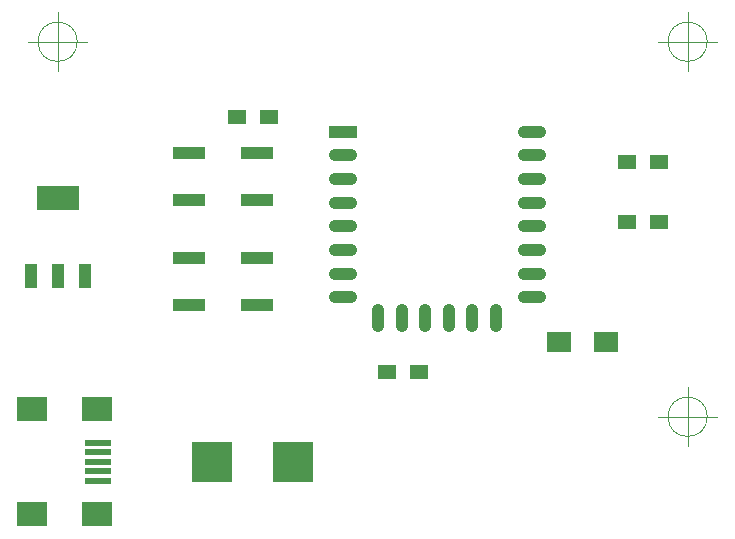
<source format=gbr>
G04 #@! TF.GenerationSoftware,KiCad,Pcbnew,5.0.2+dfsg1-1*
G04 #@! TF.CreationDate,2020-06-16T14:18:13-07:00*
G04 #@! TF.ProjectId,2016.04.26_LightAlarmV2,32303136-2e30-4342-9e32-365f4c696768,rev?*
G04 #@! TF.SameCoordinates,Original*
G04 #@! TF.FileFunction,Paste,Top*
G04 #@! TF.FilePolarity,Positive*
%FSLAX46Y46*%
G04 Gerber Fmt 4.6, Leading zero omitted, Abs format (unit mm)*
G04 Created by KiCad (PCBNEW 5.0.2+dfsg1-1) date Tue 16 Jun 2020 02:18:13 PM PDT*
%MOMM*%
%LPD*%
G01*
G04 APERTURE LIST*
%ADD10C,0.010000*%
%ADD11R,3.657600X2.032000*%
%ADD12R,1.016000X2.032000*%
%ADD13R,2.301240X0.500380*%
%ADD14R,2.499360X1.998980*%
%ADD15R,1.500000X1.300000*%
%ADD16R,3.500000X3.500000*%
%ADD17R,2.750000X1.000000*%
%ADD18O,1.100000X2.400000*%
%ADD19R,2.400000X1.100000*%
%ADD20O,2.400000X1.100000*%
%ADD21R,2.000000X1.700000*%
G04 APERTURE END LIST*
D10*
X93106666Y-67310000D02*
G75*
G03X93106666Y-67310000I-1666666J0D01*
G01*
X88940000Y-67310000D02*
X93940000Y-67310000D01*
X91440000Y-64810000D02*
X91440000Y-69810000D01*
X93106666Y-35560000D02*
G75*
G03X93106666Y-35560000I-1666666J0D01*
G01*
X88940000Y-35560000D02*
X93940000Y-35560000D01*
X91440000Y-33060000D02*
X91440000Y-38060000D01*
X39766666Y-35560000D02*
G75*
G03X39766666Y-35560000I-1666666J0D01*
G01*
X35600000Y-35560000D02*
X40600000Y-35560000D01*
X38100000Y-33060000D02*
X38100000Y-38060000D01*
D11*
G04 #@! TO.C,U1*
X38100000Y-48768000D03*
D12*
X38100000Y-55372000D03*
X40386000Y-55372000D03*
X35814000Y-55372000D03*
G04 #@! TD*
D13*
G04 #@! TO.C,P3*
X41549320Y-69519800D03*
X41549320Y-70319900D03*
X41549320Y-71120000D03*
X41549320Y-71920100D03*
X41549320Y-72720200D03*
D14*
X41450260Y-66669920D03*
X35951160Y-66669920D03*
X41450260Y-75570080D03*
X35951160Y-75570080D03*
G04 #@! TD*
D15*
G04 #@! TO.C,C1*
X68660000Y-63500000D03*
X65960000Y-63500000D03*
G04 #@! TD*
D16*
G04 #@! TO.C,F1*
X51206400Y-71120000D03*
X58013600Y-71120000D03*
G04 #@! TD*
D15*
G04 #@! TO.C,R1*
X53260000Y-41910000D03*
X55960000Y-41910000D03*
G04 #@! TD*
G04 #@! TO.C,R3*
X88980000Y-45720000D03*
X86280000Y-45720000D03*
G04 #@! TD*
G04 #@! TO.C,R4*
X88980000Y-50800000D03*
X86280000Y-50800000D03*
G04 #@! TD*
D17*
G04 #@! TO.C,SW1*
X49195000Y-48990000D03*
X54945000Y-48990000D03*
X54945000Y-44990000D03*
X49195000Y-44990000D03*
G04 #@! TD*
G04 #@! TO.C,SW2*
X49195000Y-57880000D03*
X54945000Y-57880000D03*
X54945000Y-53880000D03*
X49195000Y-53880000D03*
G04 #@! TD*
D18*
G04 #@! TO.C,U2*
X65220000Y-58930000D03*
X67220000Y-58930000D03*
X69220000Y-58930000D03*
X71220000Y-58930000D03*
X73220000Y-58930000D03*
X75220000Y-58930000D03*
D19*
X62230000Y-43180000D03*
D20*
X62230000Y-45180000D03*
X62230000Y-47180000D03*
X62230000Y-49180000D03*
X62230000Y-51180000D03*
X62230000Y-53180000D03*
X62230000Y-55180000D03*
X62230000Y-57180000D03*
X78230000Y-57180000D03*
X78230000Y-55180000D03*
X78230000Y-53180000D03*
X78230000Y-51180000D03*
X78230000Y-49180000D03*
X78230000Y-47180000D03*
X78230000Y-45180000D03*
X78230000Y-43180000D03*
G04 #@! TD*
D21*
G04 #@! TO.C,R6*
X84550000Y-60960000D03*
X80550000Y-60960000D03*
G04 #@! TD*
M02*

</source>
